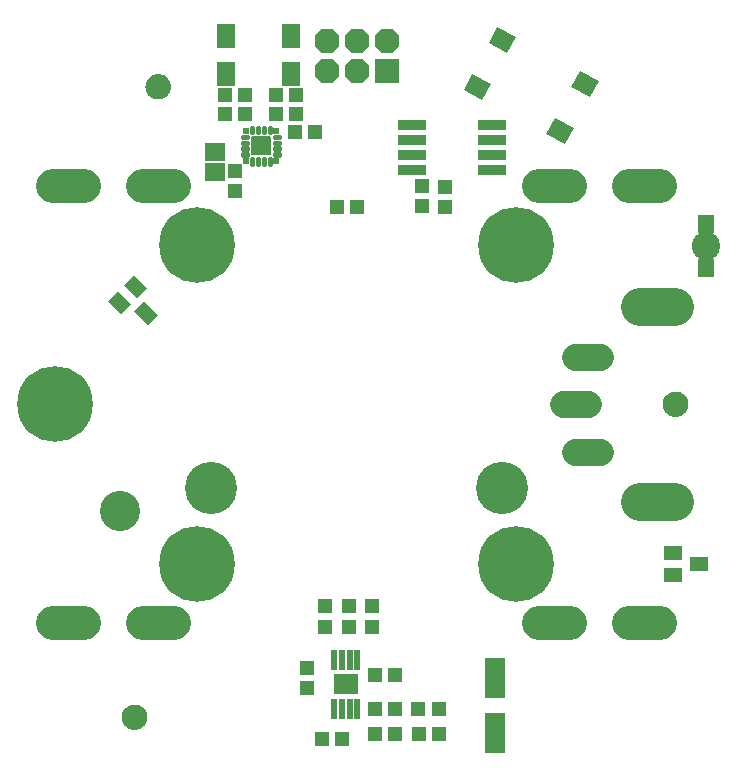
<source format=gts>
G75*
%MOIN*%
%OFA0B0*%
%FSLAX24Y24*%
%IPPOS*%
%LPD*%
%AMOC8*
5,1,8,0,0,1.08239X$1,22.5*
%
%ADD10C,0.1340*%
%ADD11C,0.0181*%
%ADD12R,0.0214X0.0214*%
%ADD13C,0.0050*%
%ADD14R,0.0513X0.0474*%
%ADD15C,0.2521*%
%ADD16C,0.0907*%
%ADD17C,0.1261*%
%ADD18R,0.0950X0.0320*%
%ADD19R,0.0820X0.0820*%
%ADD20OC8,0.0820*%
%ADD21R,0.0671X0.0592*%
%ADD22R,0.0474X0.0513*%
%ADD23R,0.0474X0.0631*%
%ADD24C,0.1130*%
%ADD25R,0.0710X0.0592*%
%ADD26R,0.0710X0.1340*%
%ADD27R,0.0592X0.0828*%
%ADD28R,0.0631X0.0474*%
%ADD29C,0.1740*%
%ADD30R,0.0237X0.0710*%
%ADD31R,0.0824X0.0698*%
%ADD32R,0.0572X0.0631*%
%ADD33C,0.0946*%
%ADD34C,0.1741*%
%ADD35C,0.0320*%
D10*
X006086Y010416D03*
D11*
X010470Y021986D02*
X010480Y021986D01*
X010470Y021986D02*
X010470Y022126D01*
X010480Y022126D01*
X010480Y021986D01*
X010667Y021986D02*
X010677Y021986D01*
X010667Y021986D02*
X010667Y022126D01*
X010677Y022126D01*
X010677Y021986D01*
X010864Y021986D02*
X010874Y021986D01*
X010864Y021986D02*
X010864Y022126D01*
X010874Y022126D01*
X010874Y021986D01*
X011061Y021986D02*
X011071Y021986D01*
X011061Y021986D02*
X011061Y022126D01*
X011071Y022126D01*
X011071Y021986D01*
X011226Y022281D02*
X011226Y022291D01*
X011366Y022291D01*
X011366Y022281D01*
X011226Y022281D01*
X011226Y022478D02*
X011226Y022488D01*
X011366Y022488D01*
X011366Y022478D01*
X011226Y022478D01*
X011226Y022675D02*
X011226Y022685D01*
X011366Y022685D01*
X011366Y022675D01*
X011226Y022675D01*
X011226Y022872D02*
X011226Y022882D01*
X011366Y022882D01*
X011366Y022872D01*
X011226Y022872D01*
X011071Y023177D02*
X011061Y023177D01*
X011071Y023177D02*
X011071Y023037D01*
X011061Y023037D01*
X011061Y023177D01*
X010874Y023177D02*
X010864Y023177D01*
X010874Y023177D02*
X010874Y023037D01*
X010864Y023037D01*
X010864Y023177D01*
X010677Y023177D02*
X010667Y023177D01*
X010677Y023177D02*
X010677Y023037D01*
X010667Y023037D01*
X010667Y023177D01*
X010480Y023177D02*
X010470Y023177D01*
X010480Y023177D02*
X010480Y023037D01*
X010470Y023037D01*
X010470Y023177D01*
X010315Y022882D02*
X010315Y022872D01*
X010175Y022872D01*
X010175Y022882D01*
X010315Y022882D01*
X010315Y022685D02*
X010315Y022675D01*
X010175Y022675D01*
X010175Y022685D01*
X010315Y022685D01*
X010315Y022488D02*
X010315Y022478D01*
X010175Y022478D01*
X010175Y022488D01*
X010315Y022488D01*
X010315Y022291D02*
X010315Y022281D01*
X010175Y022281D01*
X010175Y022291D01*
X010315Y022291D01*
D12*
X010273Y022080D03*
X011269Y022084D03*
X011269Y023080D03*
X010273Y023080D03*
D13*
X006217Y003330D02*
X006256Y003273D01*
X006305Y003225D01*
X006361Y003186D01*
X006423Y003156D01*
X006490Y003139D01*
X006558Y003133D01*
X006626Y003139D01*
X006693Y003156D01*
X006755Y003186D01*
X006811Y003225D01*
X006860Y003273D01*
X006899Y003330D01*
X006928Y003392D01*
X006946Y003458D01*
X006952Y003526D01*
X006946Y003595D01*
X006928Y003661D01*
X006899Y003723D01*
X006860Y003780D01*
X006811Y003828D01*
X006755Y003867D01*
X006693Y003896D01*
X006626Y003914D01*
X006558Y003920D01*
X006490Y003914D01*
X006423Y003896D01*
X006361Y003867D01*
X006305Y003828D01*
X006256Y003780D01*
X006217Y003723D01*
X006188Y003661D01*
X006170Y003595D01*
X006164Y003526D01*
X006170Y003458D01*
X006188Y003392D01*
X006217Y003330D01*
X006216Y003333D02*
X006900Y003333D01*
X006923Y003381D02*
X006193Y003381D01*
X006178Y003430D02*
X006938Y003430D01*
X006947Y003478D02*
X006168Y003478D01*
X006164Y003527D02*
X006952Y003527D01*
X006947Y003575D02*
X006169Y003575D01*
X006178Y003624D02*
X006938Y003624D01*
X006923Y003672D02*
X006193Y003672D01*
X006216Y003721D02*
X006900Y003721D01*
X006867Y003769D02*
X006249Y003769D01*
X006294Y003818D02*
X006822Y003818D01*
X006757Y003866D02*
X006359Y003866D01*
X006494Y003915D02*
X006622Y003915D01*
X006867Y003284D02*
X006249Y003284D01*
X006294Y003236D02*
X006822Y003236D01*
X006757Y003187D02*
X006359Y003187D01*
X006492Y003139D02*
X006624Y003139D01*
X024248Y013763D02*
X024288Y013706D01*
X024336Y013658D01*
X024393Y013619D01*
X024455Y013590D01*
X024521Y013572D01*
X024589Y013566D01*
X024658Y013572D01*
X024724Y013590D01*
X024786Y013619D01*
X024843Y013658D01*
X024891Y013706D01*
X024930Y013763D01*
X024959Y013825D01*
X024977Y013891D01*
X024983Y013960D01*
X024977Y014028D01*
X024959Y014094D01*
X024930Y014156D01*
X024891Y014213D01*
X024843Y014261D01*
X024786Y014300D01*
X024724Y014329D01*
X024658Y014347D01*
X024589Y014353D01*
X024521Y014347D01*
X024455Y014329D01*
X024393Y014300D01*
X024336Y014261D01*
X024288Y014213D01*
X024248Y014156D01*
X024219Y014094D01*
X024202Y014028D01*
X024196Y013960D01*
X024202Y013891D01*
X024219Y013825D01*
X024248Y013763D01*
X024250Y013760D02*
X024929Y013760D01*
X024952Y013809D02*
X024227Y013809D01*
X024211Y013857D02*
X024968Y013857D01*
X024978Y013906D02*
X024200Y013906D01*
X024196Y013954D02*
X024983Y013954D01*
X024979Y014003D02*
X024200Y014003D01*
X024208Y014051D02*
X024971Y014051D01*
X024957Y014100D02*
X024222Y014100D01*
X024245Y014148D02*
X024934Y014148D01*
X024902Y014197D02*
X024277Y014197D01*
X024320Y014245D02*
X024859Y014245D01*
X024796Y014294D02*
X024383Y014294D01*
X024502Y014342D02*
X024677Y014342D01*
X024895Y013712D02*
X024284Y013712D01*
X024331Y013663D02*
X024848Y013663D01*
X024778Y013615D02*
X024401Y013615D01*
X024587Y013566D02*
X024592Y013566D01*
X011058Y022294D02*
X010483Y022294D01*
X010483Y022869D01*
X011058Y022869D01*
X011058Y022294D01*
X011058Y022296D02*
X010483Y022296D01*
X010483Y022345D02*
X011058Y022345D01*
X011058Y022393D02*
X010483Y022393D01*
X010483Y022442D02*
X011058Y022442D01*
X011058Y022490D02*
X010483Y022490D01*
X010483Y022539D02*
X011058Y022539D01*
X011058Y022587D02*
X010483Y022587D01*
X010483Y022636D02*
X011058Y022636D01*
X011058Y022684D02*
X010483Y022684D01*
X010483Y022733D02*
X011058Y022733D01*
X011058Y022781D02*
X010483Y022781D01*
X010483Y022830D02*
X011058Y022830D01*
X007700Y024382D02*
X006991Y024382D01*
X007004Y024353D02*
X007044Y024297D01*
X007092Y024248D01*
X007149Y024209D01*
X007211Y024180D01*
X007277Y024162D01*
X007345Y024156D01*
X007414Y024162D01*
X007480Y024180D01*
X007542Y024209D01*
X007598Y024248D01*
X007647Y024297D01*
X007686Y024353D01*
X007715Y024415D01*
X007733Y024482D01*
X007739Y024550D01*
X007733Y024618D01*
X007715Y024685D01*
X007686Y024747D01*
X007647Y024803D01*
X007598Y024852D01*
X007542Y024891D01*
X007480Y024920D01*
X007414Y024938D01*
X007345Y024944D01*
X007277Y024938D01*
X007211Y024920D01*
X007149Y024891D01*
X007092Y024852D01*
X007044Y024803D01*
X007004Y024747D01*
X006975Y024685D01*
X006958Y024618D01*
X006952Y024550D01*
X006958Y024482D01*
X006975Y024415D01*
X007004Y024353D01*
X007018Y024333D02*
X007672Y024333D01*
X007635Y024285D02*
X007056Y024285D01*
X007110Y024236D02*
X007581Y024236D01*
X007496Y024188D02*
X007195Y024188D01*
X006971Y024430D02*
X007719Y024430D01*
X007732Y024479D02*
X006958Y024479D01*
X006954Y024527D02*
X007737Y024527D01*
X007737Y024576D02*
X006954Y024576D01*
X006959Y024624D02*
X007732Y024624D01*
X007719Y024673D02*
X006972Y024673D01*
X006992Y024721D02*
X007698Y024721D01*
X007670Y024770D02*
X007020Y024770D01*
X007059Y024818D02*
X007632Y024818D01*
X007577Y024867D02*
X007114Y024867D01*
X007200Y024915D02*
X007491Y024915D01*
D14*
X009570Y024274D03*
X010239Y024274D03*
X010239Y023645D03*
X009570Y023645D03*
X011267Y023645D03*
X011263Y024274D03*
X011932Y024274D03*
X011936Y023645D03*
X011899Y023026D03*
X012568Y023026D03*
X013310Y020534D03*
X013979Y020534D03*
X014586Y004947D03*
X015256Y004947D03*
X015254Y003799D03*
X014585Y003799D03*
X014566Y002982D03*
X015235Y002982D03*
X016031Y002982D03*
X016700Y002982D03*
X016691Y003814D03*
X016022Y003814D03*
X013477Y002813D03*
X012808Y002813D03*
D15*
X008645Y008645D03*
X003920Y013960D03*
X008645Y019274D03*
X019274Y019274D03*
X019274Y008645D03*
D16*
X021243Y012385D02*
X022070Y012385D01*
X021676Y013960D02*
X020849Y013960D01*
X021243Y015534D02*
X022070Y015534D01*
D17*
X023408Y017208D02*
X024589Y017208D01*
X024589Y010711D02*
X023408Y010711D01*
D18*
X018469Y021782D03*
X018469Y022282D03*
X018469Y022782D03*
X018469Y023282D03*
X015819Y023282D03*
X015819Y022782D03*
X015819Y022282D03*
X015819Y021782D03*
D19*
X014960Y025074D03*
D20*
X013960Y025074D03*
X012960Y025074D03*
X012960Y026074D03*
X013960Y026074D03*
X014960Y026074D03*
D21*
X009235Y022365D03*
X009235Y021696D03*
D22*
X009904Y021735D03*
X009904Y021066D03*
X016135Y021243D03*
X016912Y021213D03*
X016912Y020544D03*
X016135Y020574D03*
X014488Y007222D03*
X014488Y006553D03*
X013700Y006553D03*
X013700Y007222D03*
X012913Y007222D03*
X012913Y006553D03*
X012308Y005186D03*
X012308Y004517D03*
D23*
G36*
X006553Y017055D02*
X006888Y017390D01*
X007333Y016945D01*
X006998Y016610D01*
X006553Y017055D01*
G37*
G36*
X005676Y017403D02*
X006011Y017738D01*
X006456Y017293D01*
X006121Y016958D01*
X005676Y017403D01*
G37*
G36*
X006205Y017932D02*
X006540Y018267D01*
X006985Y017822D01*
X006650Y017487D01*
X006205Y017932D01*
G37*
D24*
X006835Y021243D02*
X007885Y021243D01*
X004885Y021243D02*
X003835Y021243D01*
X020035Y021243D02*
X021085Y021243D01*
X023035Y021243D02*
X024085Y021243D01*
X024085Y006676D02*
X023035Y006676D01*
X021085Y006676D02*
X020035Y006676D01*
X007885Y006676D02*
X006835Y006676D01*
X004885Y006676D02*
X003835Y006676D01*
D25*
G36*
X020568Y023496D02*
X021194Y023162D01*
X020916Y022640D01*
X020290Y022974D01*
X020568Y023496D01*
G37*
G36*
X021400Y025060D02*
X022026Y024726D01*
X021748Y024204D01*
X021122Y024538D01*
X021400Y025060D01*
G37*
G36*
X018637Y026529D02*
X019263Y026195D01*
X018985Y025673D01*
X018359Y026007D01*
X018637Y026529D01*
G37*
G36*
X017805Y024965D02*
X018431Y024631D01*
X018153Y024109D01*
X017527Y024443D01*
X017805Y024965D01*
G37*
D26*
X018586Y004830D03*
X018586Y003019D03*
D27*
X011774Y024975D03*
X011774Y026235D03*
X009609Y026235D03*
X009609Y024975D03*
D28*
X024511Y009019D03*
X025377Y008645D03*
X024511Y008271D03*
D29*
X018818Y011154D03*
X009101Y011154D03*
D30*
X013221Y005450D03*
X013477Y005450D03*
X013733Y005450D03*
X013989Y005450D03*
X013989Y003797D03*
X013733Y003797D03*
X013477Y003797D03*
X013221Y003797D03*
D31*
X013605Y004623D03*
D32*
X025623Y018517D03*
X025623Y019973D03*
D33*
X025623Y019245D03*
D34*
X019274Y019274D03*
X008645Y019274D03*
X008645Y008645D03*
X019274Y008645D03*
D35*
X010913Y022444D03*
X010908Y022719D03*
X010633Y022719D03*
X010633Y022444D03*
M02*

</source>
